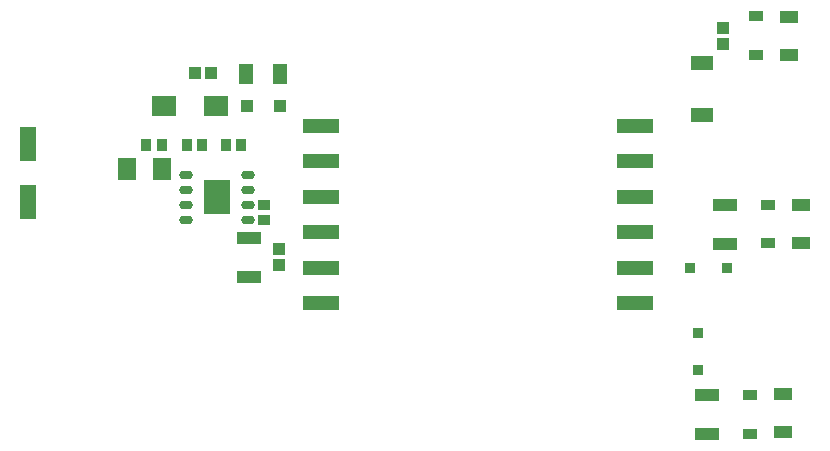
<source format=gtp>
G04*
G04 #@! TF.GenerationSoftware,Altium Limited,Altium Designer,21.6.1 (37)*
G04*
G04 Layer_Color=8421504*
%FSLAX25Y25*%
%MOIN*%
G70*
G04*
G04 #@! TF.SameCoordinates,2A1263DF-4826-4A8C-8573-C9EC19C8CB1A*
G04*
G04*
G04 #@! TF.FilePolarity,Positive*
G04*
G01*
G75*
%ADD16R,0.04331X0.04331*%
%ADD17R,0.07480X0.04724*%
%ADD18R,0.05906X0.03937*%
%ADD19R,0.08268X0.07087*%
%ADD20R,0.08071X0.04331*%
%ADD21R,0.04548X0.07111*%
%ADD22R,0.04134X0.04134*%
%ADD23R,0.04134X0.04134*%
%ADD24R,0.12000X0.05000*%
%ADD25R,0.04803X0.03583*%
%ADD26R,0.03740X0.03543*%
%ADD27R,0.05906X0.07480*%
%ADD28R,0.08898X0.11772*%
%ADD29O,0.04500X0.02992*%
%ADD30R,0.03937X0.03543*%
%ADD31R,0.03543X0.03937*%
%ADD32R,0.03543X0.03740*%
%ADD33R,0.05512X0.11221*%
D16*
X111012Y135000D02*
D03*
X99988D02*
D03*
D17*
X251800Y149161D02*
D03*
Y131839D02*
D03*
D18*
X284800Y89301D02*
D03*
Y101899D02*
D03*
X280527Y152063D02*
D03*
Y164662D02*
D03*
X278800Y26401D02*
D03*
Y38999D02*
D03*
D19*
X72339Y135100D02*
D03*
X89661D02*
D03*
D20*
X100500Y78104D02*
D03*
Y91096D02*
D03*
X253300Y38696D02*
D03*
Y25704D02*
D03*
X259300Y102096D02*
D03*
Y89104D02*
D03*
D21*
X99491Y145500D02*
D03*
X111109D02*
D03*
D22*
X82743Y146000D02*
D03*
X88058D02*
D03*
D23*
X110600Y81900D02*
D03*
Y87215D02*
D03*
X258627Y155663D02*
D03*
Y160977D02*
D03*
D24*
X124802Y128278D02*
D03*
Y116478D02*
D03*
Y104678D02*
D03*
Y92878D02*
D03*
Y81078D02*
D03*
Y69278D02*
D03*
X229202Y128278D02*
D03*
Y116478D02*
D03*
Y104678D02*
D03*
Y92878D02*
D03*
Y81078D02*
D03*
Y69278D02*
D03*
D25*
X269527Y164799D02*
D03*
Y151926D02*
D03*
X267800Y38637D02*
D03*
Y25763D02*
D03*
X273800Y102037D02*
D03*
Y89163D02*
D03*
D26*
X250300Y59300D02*
D03*
X250300Y46898D02*
D03*
D27*
X71706Y113800D02*
D03*
X59895D02*
D03*
D28*
X90000Y104500D02*
D03*
D29*
X100242Y97000D02*
D03*
Y102000D02*
D03*
Y107000D02*
D03*
Y112000D02*
D03*
X79758Y97000D02*
D03*
Y102000D02*
D03*
Y107000D02*
D03*
Y112000D02*
D03*
D30*
X105600Y101959D02*
D03*
Y96841D02*
D03*
D31*
X92941Y122000D02*
D03*
X98059D02*
D03*
X79941D02*
D03*
X85059D02*
D03*
X66441D02*
D03*
X71559D02*
D03*
D32*
X247699Y80800D02*
D03*
X260101Y80800D02*
D03*
D33*
X27000Y122146D02*
D03*
Y102854D02*
D03*
M02*

</source>
